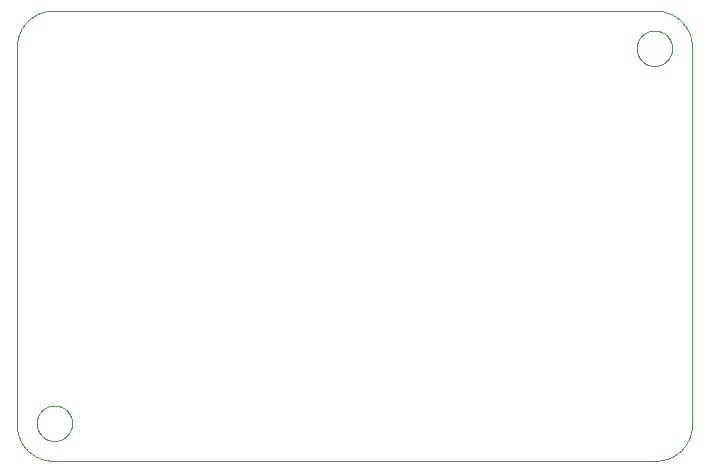
<source format=gbp>
G75*
%MOIN*%
%OFA0B0*%
%FSLAX25Y25*%
%IPPOS*%
%LPD*%
%AMOC8*
5,1,8,0,0,1.08239X$1,22.5*
%
%ADD10C,0.00000*%
D10*
X0016500Y0005500D02*
X0217500Y0005500D01*
X0217790Y0005504D01*
X0218080Y0005514D01*
X0218369Y0005532D01*
X0218658Y0005556D01*
X0218946Y0005587D01*
X0219234Y0005626D01*
X0219520Y0005671D01*
X0219806Y0005724D01*
X0220089Y0005783D01*
X0220372Y0005849D01*
X0220652Y0005921D01*
X0220931Y0006001D01*
X0221208Y0006087D01*
X0221483Y0006180D01*
X0221755Y0006280D01*
X0222025Y0006386D01*
X0222292Y0006498D01*
X0222557Y0006618D01*
X0222818Y0006743D01*
X0223077Y0006875D01*
X0223332Y0007012D01*
X0223584Y0007156D01*
X0223832Y0007306D01*
X0224076Y0007462D01*
X0224317Y0007624D01*
X0224553Y0007792D01*
X0224786Y0007965D01*
X0225014Y0008144D01*
X0225238Y0008328D01*
X0225457Y0008518D01*
X0225672Y0008713D01*
X0225882Y0008913D01*
X0226087Y0009118D01*
X0226287Y0009328D01*
X0226482Y0009543D01*
X0226672Y0009762D01*
X0226856Y0009986D01*
X0227035Y0010214D01*
X0227208Y0010447D01*
X0227376Y0010683D01*
X0227538Y0010924D01*
X0227694Y0011168D01*
X0227844Y0011416D01*
X0227988Y0011668D01*
X0228125Y0011923D01*
X0228257Y0012182D01*
X0228382Y0012443D01*
X0228502Y0012708D01*
X0228614Y0012975D01*
X0228720Y0013245D01*
X0228820Y0013517D01*
X0228913Y0013792D01*
X0228999Y0014069D01*
X0229079Y0014348D01*
X0229151Y0014628D01*
X0229217Y0014911D01*
X0229276Y0015194D01*
X0229329Y0015480D01*
X0229374Y0015766D01*
X0229413Y0016054D01*
X0229444Y0016342D01*
X0229468Y0016631D01*
X0229486Y0016920D01*
X0229496Y0017210D01*
X0229500Y0017500D01*
X0229500Y0143500D01*
X0229496Y0143790D01*
X0229486Y0144080D01*
X0229468Y0144369D01*
X0229444Y0144658D01*
X0229413Y0144946D01*
X0229374Y0145234D01*
X0229329Y0145520D01*
X0229276Y0145806D01*
X0229217Y0146089D01*
X0229151Y0146372D01*
X0229079Y0146652D01*
X0228999Y0146931D01*
X0228913Y0147208D01*
X0228820Y0147483D01*
X0228720Y0147755D01*
X0228614Y0148025D01*
X0228502Y0148292D01*
X0228382Y0148557D01*
X0228257Y0148818D01*
X0228125Y0149077D01*
X0227988Y0149332D01*
X0227844Y0149584D01*
X0227694Y0149832D01*
X0227538Y0150076D01*
X0227376Y0150317D01*
X0227208Y0150553D01*
X0227035Y0150786D01*
X0226856Y0151014D01*
X0226672Y0151238D01*
X0226482Y0151457D01*
X0226287Y0151672D01*
X0226087Y0151882D01*
X0225882Y0152087D01*
X0225672Y0152287D01*
X0225457Y0152482D01*
X0225238Y0152672D01*
X0225014Y0152856D01*
X0224786Y0153035D01*
X0224553Y0153208D01*
X0224317Y0153376D01*
X0224076Y0153538D01*
X0223832Y0153694D01*
X0223584Y0153844D01*
X0223332Y0153988D01*
X0223077Y0154125D01*
X0222818Y0154257D01*
X0222557Y0154382D01*
X0222292Y0154502D01*
X0222025Y0154614D01*
X0221755Y0154720D01*
X0221483Y0154820D01*
X0221208Y0154913D01*
X0220931Y0154999D01*
X0220652Y0155079D01*
X0220372Y0155151D01*
X0220089Y0155217D01*
X0219806Y0155276D01*
X0219520Y0155329D01*
X0219234Y0155374D01*
X0218946Y0155413D01*
X0218658Y0155444D01*
X0218369Y0155468D01*
X0218080Y0155486D01*
X0217790Y0155496D01*
X0217500Y0155500D01*
X0016500Y0155500D01*
X0016210Y0155496D01*
X0015920Y0155486D01*
X0015631Y0155468D01*
X0015342Y0155444D01*
X0015054Y0155413D01*
X0014766Y0155374D01*
X0014480Y0155329D01*
X0014194Y0155276D01*
X0013911Y0155217D01*
X0013628Y0155151D01*
X0013348Y0155079D01*
X0013069Y0154999D01*
X0012792Y0154913D01*
X0012517Y0154820D01*
X0012245Y0154720D01*
X0011975Y0154614D01*
X0011708Y0154502D01*
X0011443Y0154382D01*
X0011182Y0154257D01*
X0010923Y0154125D01*
X0010668Y0153988D01*
X0010416Y0153844D01*
X0010168Y0153694D01*
X0009924Y0153538D01*
X0009683Y0153376D01*
X0009447Y0153208D01*
X0009214Y0153035D01*
X0008986Y0152856D01*
X0008762Y0152672D01*
X0008543Y0152482D01*
X0008328Y0152287D01*
X0008118Y0152087D01*
X0007913Y0151882D01*
X0007713Y0151672D01*
X0007518Y0151457D01*
X0007328Y0151238D01*
X0007144Y0151014D01*
X0006965Y0150786D01*
X0006792Y0150553D01*
X0006624Y0150317D01*
X0006462Y0150076D01*
X0006306Y0149832D01*
X0006156Y0149584D01*
X0006012Y0149332D01*
X0005875Y0149077D01*
X0005743Y0148818D01*
X0005618Y0148557D01*
X0005498Y0148292D01*
X0005386Y0148025D01*
X0005280Y0147755D01*
X0005180Y0147483D01*
X0005087Y0147208D01*
X0005001Y0146931D01*
X0004921Y0146652D01*
X0004849Y0146372D01*
X0004783Y0146089D01*
X0004724Y0145806D01*
X0004671Y0145520D01*
X0004626Y0145234D01*
X0004587Y0144946D01*
X0004556Y0144658D01*
X0004532Y0144369D01*
X0004514Y0144080D01*
X0004504Y0143790D01*
X0004500Y0143500D01*
X0004500Y0017500D01*
X0004504Y0017210D01*
X0004514Y0016920D01*
X0004532Y0016631D01*
X0004556Y0016342D01*
X0004587Y0016054D01*
X0004626Y0015766D01*
X0004671Y0015480D01*
X0004724Y0015194D01*
X0004783Y0014911D01*
X0004849Y0014628D01*
X0004921Y0014348D01*
X0005001Y0014069D01*
X0005087Y0013792D01*
X0005180Y0013517D01*
X0005280Y0013245D01*
X0005386Y0012975D01*
X0005498Y0012708D01*
X0005618Y0012443D01*
X0005743Y0012182D01*
X0005875Y0011923D01*
X0006012Y0011668D01*
X0006156Y0011416D01*
X0006306Y0011168D01*
X0006462Y0010924D01*
X0006624Y0010683D01*
X0006792Y0010447D01*
X0006965Y0010214D01*
X0007144Y0009986D01*
X0007328Y0009762D01*
X0007518Y0009543D01*
X0007713Y0009328D01*
X0007913Y0009118D01*
X0008118Y0008913D01*
X0008328Y0008713D01*
X0008543Y0008518D01*
X0008762Y0008328D01*
X0008986Y0008144D01*
X0009214Y0007965D01*
X0009447Y0007792D01*
X0009683Y0007624D01*
X0009924Y0007462D01*
X0010168Y0007306D01*
X0010416Y0007156D01*
X0010668Y0007012D01*
X0010923Y0006875D01*
X0011182Y0006743D01*
X0011443Y0006618D01*
X0011708Y0006498D01*
X0011975Y0006386D01*
X0012245Y0006280D01*
X0012517Y0006180D01*
X0012792Y0006087D01*
X0013069Y0006001D01*
X0013348Y0005921D01*
X0013628Y0005849D01*
X0013911Y0005783D01*
X0014194Y0005724D01*
X0014480Y0005671D01*
X0014766Y0005626D01*
X0015054Y0005587D01*
X0015342Y0005556D01*
X0015631Y0005532D01*
X0015920Y0005514D01*
X0016210Y0005504D01*
X0016500Y0005500D01*
X0011094Y0018000D02*
X0011096Y0018153D01*
X0011102Y0018307D01*
X0011112Y0018460D01*
X0011126Y0018612D01*
X0011144Y0018765D01*
X0011166Y0018916D01*
X0011191Y0019067D01*
X0011221Y0019218D01*
X0011255Y0019368D01*
X0011292Y0019516D01*
X0011333Y0019664D01*
X0011378Y0019810D01*
X0011427Y0019956D01*
X0011480Y0020100D01*
X0011536Y0020242D01*
X0011596Y0020383D01*
X0011660Y0020523D01*
X0011727Y0020661D01*
X0011798Y0020797D01*
X0011873Y0020931D01*
X0011950Y0021063D01*
X0012032Y0021193D01*
X0012116Y0021321D01*
X0012204Y0021447D01*
X0012295Y0021570D01*
X0012389Y0021691D01*
X0012487Y0021809D01*
X0012587Y0021925D01*
X0012691Y0022038D01*
X0012797Y0022149D01*
X0012906Y0022257D01*
X0013018Y0022362D01*
X0013132Y0022463D01*
X0013250Y0022562D01*
X0013369Y0022658D01*
X0013491Y0022751D01*
X0013616Y0022840D01*
X0013743Y0022927D01*
X0013872Y0023009D01*
X0014003Y0023089D01*
X0014136Y0023165D01*
X0014271Y0023238D01*
X0014408Y0023307D01*
X0014547Y0023372D01*
X0014687Y0023434D01*
X0014829Y0023492D01*
X0014972Y0023547D01*
X0015117Y0023598D01*
X0015263Y0023645D01*
X0015410Y0023688D01*
X0015558Y0023727D01*
X0015707Y0023763D01*
X0015857Y0023794D01*
X0016008Y0023822D01*
X0016159Y0023846D01*
X0016312Y0023866D01*
X0016464Y0023882D01*
X0016617Y0023894D01*
X0016770Y0023902D01*
X0016923Y0023906D01*
X0017077Y0023906D01*
X0017230Y0023902D01*
X0017383Y0023894D01*
X0017536Y0023882D01*
X0017688Y0023866D01*
X0017841Y0023846D01*
X0017992Y0023822D01*
X0018143Y0023794D01*
X0018293Y0023763D01*
X0018442Y0023727D01*
X0018590Y0023688D01*
X0018737Y0023645D01*
X0018883Y0023598D01*
X0019028Y0023547D01*
X0019171Y0023492D01*
X0019313Y0023434D01*
X0019453Y0023372D01*
X0019592Y0023307D01*
X0019729Y0023238D01*
X0019864Y0023165D01*
X0019997Y0023089D01*
X0020128Y0023009D01*
X0020257Y0022927D01*
X0020384Y0022840D01*
X0020509Y0022751D01*
X0020631Y0022658D01*
X0020750Y0022562D01*
X0020868Y0022463D01*
X0020982Y0022362D01*
X0021094Y0022257D01*
X0021203Y0022149D01*
X0021309Y0022038D01*
X0021413Y0021925D01*
X0021513Y0021809D01*
X0021611Y0021691D01*
X0021705Y0021570D01*
X0021796Y0021447D01*
X0021884Y0021321D01*
X0021968Y0021193D01*
X0022050Y0021063D01*
X0022127Y0020931D01*
X0022202Y0020797D01*
X0022273Y0020661D01*
X0022340Y0020523D01*
X0022404Y0020383D01*
X0022464Y0020242D01*
X0022520Y0020100D01*
X0022573Y0019956D01*
X0022622Y0019810D01*
X0022667Y0019664D01*
X0022708Y0019516D01*
X0022745Y0019368D01*
X0022779Y0019218D01*
X0022809Y0019067D01*
X0022834Y0018916D01*
X0022856Y0018765D01*
X0022874Y0018612D01*
X0022888Y0018460D01*
X0022898Y0018307D01*
X0022904Y0018153D01*
X0022906Y0018000D01*
X0022904Y0017847D01*
X0022898Y0017693D01*
X0022888Y0017540D01*
X0022874Y0017388D01*
X0022856Y0017235D01*
X0022834Y0017084D01*
X0022809Y0016933D01*
X0022779Y0016782D01*
X0022745Y0016632D01*
X0022708Y0016484D01*
X0022667Y0016336D01*
X0022622Y0016190D01*
X0022573Y0016044D01*
X0022520Y0015900D01*
X0022464Y0015758D01*
X0022404Y0015617D01*
X0022340Y0015477D01*
X0022273Y0015339D01*
X0022202Y0015203D01*
X0022127Y0015069D01*
X0022050Y0014937D01*
X0021968Y0014807D01*
X0021884Y0014679D01*
X0021796Y0014553D01*
X0021705Y0014430D01*
X0021611Y0014309D01*
X0021513Y0014191D01*
X0021413Y0014075D01*
X0021309Y0013962D01*
X0021203Y0013851D01*
X0021094Y0013743D01*
X0020982Y0013638D01*
X0020868Y0013537D01*
X0020750Y0013438D01*
X0020631Y0013342D01*
X0020509Y0013249D01*
X0020384Y0013160D01*
X0020257Y0013073D01*
X0020128Y0012991D01*
X0019997Y0012911D01*
X0019864Y0012835D01*
X0019729Y0012762D01*
X0019592Y0012693D01*
X0019453Y0012628D01*
X0019313Y0012566D01*
X0019171Y0012508D01*
X0019028Y0012453D01*
X0018883Y0012402D01*
X0018737Y0012355D01*
X0018590Y0012312D01*
X0018442Y0012273D01*
X0018293Y0012237D01*
X0018143Y0012206D01*
X0017992Y0012178D01*
X0017841Y0012154D01*
X0017688Y0012134D01*
X0017536Y0012118D01*
X0017383Y0012106D01*
X0017230Y0012098D01*
X0017077Y0012094D01*
X0016923Y0012094D01*
X0016770Y0012098D01*
X0016617Y0012106D01*
X0016464Y0012118D01*
X0016312Y0012134D01*
X0016159Y0012154D01*
X0016008Y0012178D01*
X0015857Y0012206D01*
X0015707Y0012237D01*
X0015558Y0012273D01*
X0015410Y0012312D01*
X0015263Y0012355D01*
X0015117Y0012402D01*
X0014972Y0012453D01*
X0014829Y0012508D01*
X0014687Y0012566D01*
X0014547Y0012628D01*
X0014408Y0012693D01*
X0014271Y0012762D01*
X0014136Y0012835D01*
X0014003Y0012911D01*
X0013872Y0012991D01*
X0013743Y0013073D01*
X0013616Y0013160D01*
X0013491Y0013249D01*
X0013369Y0013342D01*
X0013250Y0013438D01*
X0013132Y0013537D01*
X0013018Y0013638D01*
X0012906Y0013743D01*
X0012797Y0013851D01*
X0012691Y0013962D01*
X0012587Y0014075D01*
X0012487Y0014191D01*
X0012389Y0014309D01*
X0012295Y0014430D01*
X0012204Y0014553D01*
X0012116Y0014679D01*
X0012032Y0014807D01*
X0011950Y0014937D01*
X0011873Y0015069D01*
X0011798Y0015203D01*
X0011727Y0015339D01*
X0011660Y0015477D01*
X0011596Y0015617D01*
X0011536Y0015758D01*
X0011480Y0015900D01*
X0011427Y0016044D01*
X0011378Y0016190D01*
X0011333Y0016336D01*
X0011292Y0016484D01*
X0011255Y0016632D01*
X0011221Y0016782D01*
X0011191Y0016933D01*
X0011166Y0017084D01*
X0011144Y0017235D01*
X0011126Y0017388D01*
X0011112Y0017540D01*
X0011102Y0017693D01*
X0011096Y0017847D01*
X0011094Y0018000D01*
X0211094Y0143000D02*
X0211096Y0143153D01*
X0211102Y0143307D01*
X0211112Y0143460D01*
X0211126Y0143612D01*
X0211144Y0143765D01*
X0211166Y0143916D01*
X0211191Y0144067D01*
X0211221Y0144218D01*
X0211255Y0144368D01*
X0211292Y0144516D01*
X0211333Y0144664D01*
X0211378Y0144810D01*
X0211427Y0144956D01*
X0211480Y0145100D01*
X0211536Y0145242D01*
X0211596Y0145383D01*
X0211660Y0145523D01*
X0211727Y0145661D01*
X0211798Y0145797D01*
X0211873Y0145931D01*
X0211950Y0146063D01*
X0212032Y0146193D01*
X0212116Y0146321D01*
X0212204Y0146447D01*
X0212295Y0146570D01*
X0212389Y0146691D01*
X0212487Y0146809D01*
X0212587Y0146925D01*
X0212691Y0147038D01*
X0212797Y0147149D01*
X0212906Y0147257D01*
X0213018Y0147362D01*
X0213132Y0147463D01*
X0213250Y0147562D01*
X0213369Y0147658D01*
X0213491Y0147751D01*
X0213616Y0147840D01*
X0213743Y0147927D01*
X0213872Y0148009D01*
X0214003Y0148089D01*
X0214136Y0148165D01*
X0214271Y0148238D01*
X0214408Y0148307D01*
X0214547Y0148372D01*
X0214687Y0148434D01*
X0214829Y0148492D01*
X0214972Y0148547D01*
X0215117Y0148598D01*
X0215263Y0148645D01*
X0215410Y0148688D01*
X0215558Y0148727D01*
X0215707Y0148763D01*
X0215857Y0148794D01*
X0216008Y0148822D01*
X0216159Y0148846D01*
X0216312Y0148866D01*
X0216464Y0148882D01*
X0216617Y0148894D01*
X0216770Y0148902D01*
X0216923Y0148906D01*
X0217077Y0148906D01*
X0217230Y0148902D01*
X0217383Y0148894D01*
X0217536Y0148882D01*
X0217688Y0148866D01*
X0217841Y0148846D01*
X0217992Y0148822D01*
X0218143Y0148794D01*
X0218293Y0148763D01*
X0218442Y0148727D01*
X0218590Y0148688D01*
X0218737Y0148645D01*
X0218883Y0148598D01*
X0219028Y0148547D01*
X0219171Y0148492D01*
X0219313Y0148434D01*
X0219453Y0148372D01*
X0219592Y0148307D01*
X0219729Y0148238D01*
X0219864Y0148165D01*
X0219997Y0148089D01*
X0220128Y0148009D01*
X0220257Y0147927D01*
X0220384Y0147840D01*
X0220509Y0147751D01*
X0220631Y0147658D01*
X0220750Y0147562D01*
X0220868Y0147463D01*
X0220982Y0147362D01*
X0221094Y0147257D01*
X0221203Y0147149D01*
X0221309Y0147038D01*
X0221413Y0146925D01*
X0221513Y0146809D01*
X0221611Y0146691D01*
X0221705Y0146570D01*
X0221796Y0146447D01*
X0221884Y0146321D01*
X0221968Y0146193D01*
X0222050Y0146063D01*
X0222127Y0145931D01*
X0222202Y0145797D01*
X0222273Y0145661D01*
X0222340Y0145523D01*
X0222404Y0145383D01*
X0222464Y0145242D01*
X0222520Y0145100D01*
X0222573Y0144956D01*
X0222622Y0144810D01*
X0222667Y0144664D01*
X0222708Y0144516D01*
X0222745Y0144368D01*
X0222779Y0144218D01*
X0222809Y0144067D01*
X0222834Y0143916D01*
X0222856Y0143765D01*
X0222874Y0143612D01*
X0222888Y0143460D01*
X0222898Y0143307D01*
X0222904Y0143153D01*
X0222906Y0143000D01*
X0222904Y0142847D01*
X0222898Y0142693D01*
X0222888Y0142540D01*
X0222874Y0142388D01*
X0222856Y0142235D01*
X0222834Y0142084D01*
X0222809Y0141933D01*
X0222779Y0141782D01*
X0222745Y0141632D01*
X0222708Y0141484D01*
X0222667Y0141336D01*
X0222622Y0141190D01*
X0222573Y0141044D01*
X0222520Y0140900D01*
X0222464Y0140758D01*
X0222404Y0140617D01*
X0222340Y0140477D01*
X0222273Y0140339D01*
X0222202Y0140203D01*
X0222127Y0140069D01*
X0222050Y0139937D01*
X0221968Y0139807D01*
X0221884Y0139679D01*
X0221796Y0139553D01*
X0221705Y0139430D01*
X0221611Y0139309D01*
X0221513Y0139191D01*
X0221413Y0139075D01*
X0221309Y0138962D01*
X0221203Y0138851D01*
X0221094Y0138743D01*
X0220982Y0138638D01*
X0220868Y0138537D01*
X0220750Y0138438D01*
X0220631Y0138342D01*
X0220509Y0138249D01*
X0220384Y0138160D01*
X0220257Y0138073D01*
X0220128Y0137991D01*
X0219997Y0137911D01*
X0219864Y0137835D01*
X0219729Y0137762D01*
X0219592Y0137693D01*
X0219453Y0137628D01*
X0219313Y0137566D01*
X0219171Y0137508D01*
X0219028Y0137453D01*
X0218883Y0137402D01*
X0218737Y0137355D01*
X0218590Y0137312D01*
X0218442Y0137273D01*
X0218293Y0137237D01*
X0218143Y0137206D01*
X0217992Y0137178D01*
X0217841Y0137154D01*
X0217688Y0137134D01*
X0217536Y0137118D01*
X0217383Y0137106D01*
X0217230Y0137098D01*
X0217077Y0137094D01*
X0216923Y0137094D01*
X0216770Y0137098D01*
X0216617Y0137106D01*
X0216464Y0137118D01*
X0216312Y0137134D01*
X0216159Y0137154D01*
X0216008Y0137178D01*
X0215857Y0137206D01*
X0215707Y0137237D01*
X0215558Y0137273D01*
X0215410Y0137312D01*
X0215263Y0137355D01*
X0215117Y0137402D01*
X0214972Y0137453D01*
X0214829Y0137508D01*
X0214687Y0137566D01*
X0214547Y0137628D01*
X0214408Y0137693D01*
X0214271Y0137762D01*
X0214136Y0137835D01*
X0214003Y0137911D01*
X0213872Y0137991D01*
X0213743Y0138073D01*
X0213616Y0138160D01*
X0213491Y0138249D01*
X0213369Y0138342D01*
X0213250Y0138438D01*
X0213132Y0138537D01*
X0213018Y0138638D01*
X0212906Y0138743D01*
X0212797Y0138851D01*
X0212691Y0138962D01*
X0212587Y0139075D01*
X0212487Y0139191D01*
X0212389Y0139309D01*
X0212295Y0139430D01*
X0212204Y0139553D01*
X0212116Y0139679D01*
X0212032Y0139807D01*
X0211950Y0139937D01*
X0211873Y0140069D01*
X0211798Y0140203D01*
X0211727Y0140339D01*
X0211660Y0140477D01*
X0211596Y0140617D01*
X0211536Y0140758D01*
X0211480Y0140900D01*
X0211427Y0141044D01*
X0211378Y0141190D01*
X0211333Y0141336D01*
X0211292Y0141484D01*
X0211255Y0141632D01*
X0211221Y0141782D01*
X0211191Y0141933D01*
X0211166Y0142084D01*
X0211144Y0142235D01*
X0211126Y0142388D01*
X0211112Y0142540D01*
X0211102Y0142693D01*
X0211096Y0142847D01*
X0211094Y0143000D01*
M02*

</source>
